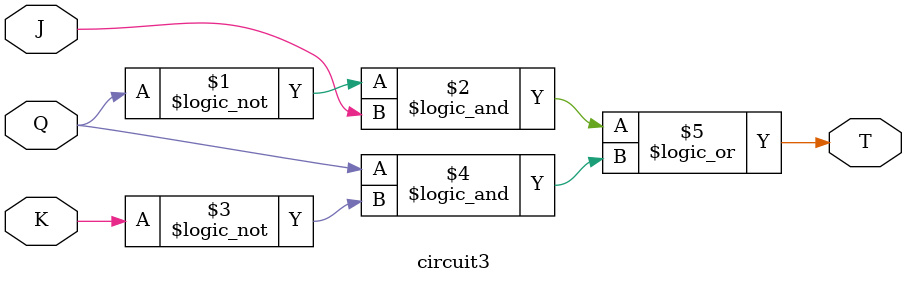
<source format=v>



// Data-Flow
module circuit3(J, K, Q, T);
  input    J, K, Q;
  output   T;
  assign   T = ((!(Q)) && J) || (Q && (!(K)));
endmodule

</source>
